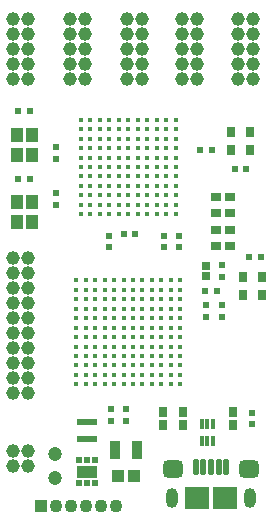
<source format=gts>
G04*
G04 #@! TF.GenerationSoftware,Altium Limited,Altium Designer,20.2.6 (244)*
G04*
G04 Layer_Color=8388736*
%FSLAX25Y25*%
%MOIN*%
G70*
G04*
G04 #@! TF.SameCoordinates,98B12EC8-E559-45FE-9E7D-FCD1A3165D23*
G04*
G04*
G04 #@! TF.FilePolarity,Negative*
G04*
G01*
G75*
%ADD32R,0.01968X0.02244*%
%ADD33R,0.07087X0.04134*%
%ADD34R,0.01693X0.03465*%
%ADD35C,0.01575*%
%ADD36O,0.01968X0.05709*%
%ADD37R,0.07874X0.07480*%
G04:AMPARAMS|DCode=38|XSize=66.93mil|YSize=59.06mil|CornerRadius=15.75mil|HoleSize=0mil|Usage=FLASHONLY|Rotation=180.000|XOffset=0mil|YOffset=0mil|HoleType=Round|Shape=RoundedRectangle|*
%AMROUNDEDRECTD38*
21,1,0.06693,0.02756,0,0,180.0*
21,1,0.03543,0.05906,0,0,180.0*
1,1,0.03150,-0.01772,0.01378*
1,1,0.03150,0.01772,0.01378*
1,1,0.03150,0.01772,-0.01378*
1,1,0.03150,-0.01772,-0.01378*
%
%ADD38ROUNDEDRECTD38*%
%ADD39R,0.02362X0.02362*%
%ADD40R,0.03347X0.02756*%
%ADD41R,0.02756X0.03347*%
%ADD42R,0.02953X0.03740*%
%ADD43R,0.02362X0.02362*%
%ADD44R,0.04331X0.05118*%
%ADD45R,0.06693X0.02362*%
%ADD46C,0.01654*%
%ADD47R,0.03543X0.05906*%
%ADD48R,0.03937X0.04331*%
%ADD49R,0.02913X0.02756*%
%ADD50O,0.03937X0.06693*%
%ADD51C,0.04724*%
%ADD52C,0.04528*%
%ADD53C,0.04331*%
%ADD54R,0.04331X0.04331*%
D32*
X36024Y16634D02*
D03*
X30906D02*
D03*
X33465D02*
D03*
X30906Y24311D02*
D03*
X33465D02*
D03*
X36024D02*
D03*
D33*
X33465Y20472D02*
D03*
D34*
X71653Y30709D02*
D03*
X73622D02*
D03*
X75590D02*
D03*
Y36221D02*
D03*
X71653D02*
D03*
X73621Y36221D02*
D03*
D35*
X29921Y49606D02*
D03*
Y52756D02*
D03*
Y55905D02*
D03*
Y59055D02*
D03*
Y62205D02*
D03*
Y65354D02*
D03*
Y68504D02*
D03*
Y71653D02*
D03*
Y74803D02*
D03*
Y77953D02*
D03*
Y81102D02*
D03*
Y84252D02*
D03*
X33071Y49606D02*
D03*
Y52756D02*
D03*
Y55905D02*
D03*
Y59055D02*
D03*
Y62205D02*
D03*
Y65354D02*
D03*
Y68504D02*
D03*
Y71653D02*
D03*
Y74803D02*
D03*
Y77953D02*
D03*
Y81102D02*
D03*
Y84252D02*
D03*
X36220Y49606D02*
D03*
Y52756D02*
D03*
Y55905D02*
D03*
Y59055D02*
D03*
Y62205D02*
D03*
Y65354D02*
D03*
Y68504D02*
D03*
Y71653D02*
D03*
Y74803D02*
D03*
Y77953D02*
D03*
Y81102D02*
D03*
Y84252D02*
D03*
X39370Y49606D02*
D03*
Y52756D02*
D03*
Y55905D02*
D03*
Y59055D02*
D03*
Y62205D02*
D03*
Y65354D02*
D03*
Y68504D02*
D03*
Y71653D02*
D03*
Y74803D02*
D03*
Y77953D02*
D03*
Y81102D02*
D03*
Y84252D02*
D03*
X42520Y49606D02*
D03*
Y52756D02*
D03*
Y55905D02*
D03*
Y59055D02*
D03*
Y62205D02*
D03*
Y65354D02*
D03*
Y68504D02*
D03*
Y71653D02*
D03*
Y74803D02*
D03*
Y77953D02*
D03*
Y81102D02*
D03*
Y84252D02*
D03*
X45669Y49606D02*
D03*
Y52756D02*
D03*
Y55905D02*
D03*
Y59055D02*
D03*
Y62205D02*
D03*
Y65354D02*
D03*
Y68504D02*
D03*
Y71653D02*
D03*
Y74803D02*
D03*
Y77953D02*
D03*
Y81102D02*
D03*
Y84252D02*
D03*
X48819Y49606D02*
D03*
Y52756D02*
D03*
Y55905D02*
D03*
Y59055D02*
D03*
Y62205D02*
D03*
Y65354D02*
D03*
Y68504D02*
D03*
Y71653D02*
D03*
Y74803D02*
D03*
Y77953D02*
D03*
Y81102D02*
D03*
Y84252D02*
D03*
X51968Y49606D02*
D03*
Y52756D02*
D03*
Y55905D02*
D03*
Y59055D02*
D03*
Y62205D02*
D03*
Y65354D02*
D03*
Y68504D02*
D03*
Y71653D02*
D03*
Y74803D02*
D03*
Y77953D02*
D03*
Y81102D02*
D03*
Y84252D02*
D03*
X55118Y49606D02*
D03*
Y52756D02*
D03*
Y55905D02*
D03*
Y59055D02*
D03*
Y62205D02*
D03*
Y65354D02*
D03*
Y68504D02*
D03*
Y71653D02*
D03*
Y74803D02*
D03*
Y77953D02*
D03*
Y81102D02*
D03*
Y84252D02*
D03*
X58268Y49606D02*
D03*
Y52756D02*
D03*
Y55905D02*
D03*
Y59055D02*
D03*
Y62205D02*
D03*
Y65354D02*
D03*
Y68504D02*
D03*
Y71653D02*
D03*
Y74803D02*
D03*
Y77953D02*
D03*
Y81102D02*
D03*
Y84252D02*
D03*
X61417Y49606D02*
D03*
Y52756D02*
D03*
Y55905D02*
D03*
Y59055D02*
D03*
Y62205D02*
D03*
Y65354D02*
D03*
Y68504D02*
D03*
Y71653D02*
D03*
Y74803D02*
D03*
Y77953D02*
D03*
Y81102D02*
D03*
Y84252D02*
D03*
X64567Y49606D02*
D03*
Y52756D02*
D03*
Y55905D02*
D03*
Y59055D02*
D03*
Y62205D02*
D03*
Y65354D02*
D03*
Y68504D02*
D03*
Y71653D02*
D03*
Y74803D02*
D03*
Y77953D02*
D03*
Y81102D02*
D03*
Y84252D02*
D03*
D36*
X77362Y22146D02*
D03*
X79921D02*
D03*
X69685D02*
D03*
X72244D02*
D03*
X74803D02*
D03*
D37*
X70079Y11614D02*
D03*
X79528D02*
D03*
D38*
X62205Y21260D02*
D03*
X87402D02*
D03*
D39*
X40945Y99213D02*
D03*
Y95276D02*
D03*
X88583Y36220D02*
D03*
Y40157D02*
D03*
X23228Y109449D02*
D03*
Y113386D02*
D03*
Y128740D02*
D03*
Y124803D02*
D03*
X41339Y41339D02*
D03*
Y37402D02*
D03*
X46457Y41339D02*
D03*
Y37402D02*
D03*
X59055Y99213D02*
D03*
Y95276D02*
D03*
X64173D02*
D03*
Y99213D02*
D03*
X73228Y72047D02*
D03*
Y75984D02*
D03*
X78347D02*
D03*
Y72047D02*
D03*
X78347Y89370D02*
D03*
Y85433D02*
D03*
D40*
X76476Y112205D02*
D03*
X81004D02*
D03*
X76476Y106693D02*
D03*
X81004D02*
D03*
X76476Y101181D02*
D03*
X81004D02*
D03*
X76476Y95669D02*
D03*
X81004D02*
D03*
D41*
X65354Y40453D02*
D03*
Y35925D02*
D03*
X58661Y40453D02*
D03*
Y35925D02*
D03*
X82284Y40453D02*
D03*
Y35925D02*
D03*
D42*
X87894Y133760D02*
D03*
Y127657D02*
D03*
X81398Y133760D02*
D03*
Y127657D02*
D03*
X91831Y85335D02*
D03*
Y79232D02*
D03*
X85335Y85335D02*
D03*
Y79232D02*
D03*
D43*
X76772Y80709D02*
D03*
X72835D02*
D03*
X91339Y92126D02*
D03*
X87402D02*
D03*
X14567Y118110D02*
D03*
X10630D02*
D03*
X14567Y140551D02*
D03*
X10630D02*
D03*
X45669Y99606D02*
D03*
X49606D02*
D03*
X75197Y127559D02*
D03*
X71260D02*
D03*
X86614Y121260D02*
D03*
X82677D02*
D03*
D44*
X15158Y103738D02*
D03*
X10040D02*
D03*
X15158Y110431D02*
D03*
X10040D02*
D03*
X15158Y126179D02*
D03*
X10040D02*
D03*
X15158Y132872D02*
D03*
X10040D02*
D03*
D45*
X33465Y31299D02*
D03*
Y37205D02*
D03*
D46*
X62992Y106299D02*
D03*
X59843D02*
D03*
X56693D02*
D03*
X53543D02*
D03*
X50394D02*
D03*
X47244D02*
D03*
X44094D02*
D03*
X40945D02*
D03*
X37795D02*
D03*
X34646D02*
D03*
X31496D02*
D03*
X62992Y109449D02*
D03*
X59843D02*
D03*
X56693D02*
D03*
X53543D02*
D03*
X50394D02*
D03*
X47244D02*
D03*
X44094D02*
D03*
X40945D02*
D03*
X37795D02*
D03*
X34646D02*
D03*
X31496D02*
D03*
X62992Y112599D02*
D03*
X59843D02*
D03*
X56693D02*
D03*
X53543D02*
D03*
X50394D02*
D03*
X47244D02*
D03*
X44094D02*
D03*
X40945D02*
D03*
X37795D02*
D03*
X34646D02*
D03*
X31496D02*
D03*
X62992Y115748D02*
D03*
X59843D02*
D03*
X56693D02*
D03*
X53543D02*
D03*
X50394D02*
D03*
X47244D02*
D03*
X44094D02*
D03*
X40945D02*
D03*
X37795D02*
D03*
X34646D02*
D03*
X31496D02*
D03*
X62992Y118898D02*
D03*
X59843D02*
D03*
X56693D02*
D03*
X53543D02*
D03*
X50394D02*
D03*
X47244D02*
D03*
X44094D02*
D03*
X40945D02*
D03*
X37795D02*
D03*
X34646D02*
D03*
X31496D02*
D03*
X62992Y122047D02*
D03*
X59843D02*
D03*
X56693D02*
D03*
X53543D02*
D03*
X50394D02*
D03*
X47244D02*
D03*
X44094D02*
D03*
X40945D02*
D03*
X37795D02*
D03*
X34646D02*
D03*
X31496D02*
D03*
X62992Y125197D02*
D03*
X59843D02*
D03*
X56693D02*
D03*
X53543D02*
D03*
X50394D02*
D03*
X47244D02*
D03*
X44094D02*
D03*
X40945D02*
D03*
X37795D02*
D03*
X34646D02*
D03*
X31496D02*
D03*
X62992Y128347D02*
D03*
X59843D02*
D03*
X56693D02*
D03*
X53543D02*
D03*
X50394D02*
D03*
X47244D02*
D03*
X44094D02*
D03*
X40945D02*
D03*
X37795D02*
D03*
X34646D02*
D03*
X31496D02*
D03*
X62992Y131496D02*
D03*
X59843D02*
D03*
X56693D02*
D03*
X53543D02*
D03*
X50394D02*
D03*
X47244D02*
D03*
X44094D02*
D03*
X40945D02*
D03*
X37795D02*
D03*
X34646D02*
D03*
X31496D02*
D03*
X62992Y134646D02*
D03*
X59843D02*
D03*
X56693D02*
D03*
X53543D02*
D03*
X50394D02*
D03*
X47244D02*
D03*
X44094D02*
D03*
X40945D02*
D03*
X37795D02*
D03*
X34646D02*
D03*
X31496D02*
D03*
X62992Y137795D02*
D03*
X59843D02*
D03*
X56693D02*
D03*
X53543D02*
D03*
X50394D02*
D03*
X47244D02*
D03*
X44094D02*
D03*
X40945D02*
D03*
X37795D02*
D03*
X34646D02*
D03*
X31496D02*
D03*
D47*
X42912Y27559D02*
D03*
X49999D02*
D03*
D48*
X49114Y18898D02*
D03*
X43799D02*
D03*
D49*
X73228Y89134D02*
D03*
Y85669D02*
D03*
D50*
X61811Y11614D02*
D03*
X87795D02*
D03*
D51*
X22835Y26378D02*
D03*
Y18504D02*
D03*
D52*
X8917Y81791D02*
D03*
X13917D02*
D03*
X8917Y76791D02*
D03*
X13917D02*
D03*
X8917Y71791D02*
D03*
X13917D02*
D03*
Y46791D02*
D03*
X8917D02*
D03*
X13917Y51791D02*
D03*
X8917D02*
D03*
X13917Y56791D02*
D03*
X8917D02*
D03*
X13917Y61791D02*
D03*
X8917D02*
D03*
X13917Y66791D02*
D03*
X8917D02*
D03*
X13917Y86791D02*
D03*
X8917D02*
D03*
X13917Y91791D02*
D03*
X8917D02*
D03*
X13917Y22303D02*
D03*
X8917D02*
D03*
X13917Y27303D02*
D03*
X8917D02*
D03*
X88721Y151417D02*
D03*
X83720D02*
D03*
X88721Y156417D02*
D03*
X83720D02*
D03*
X88721Y161417D02*
D03*
X83720D02*
D03*
X88721Y166417D02*
D03*
X83720D02*
D03*
X88721Y171417D02*
D03*
X83720D02*
D03*
X70217Y151417D02*
D03*
X65216D02*
D03*
X70217Y156417D02*
D03*
X65216D02*
D03*
X70217Y161417D02*
D03*
X65216D02*
D03*
X70217Y166417D02*
D03*
X65216D02*
D03*
X70217Y171417D02*
D03*
X65216D02*
D03*
X51713Y151417D02*
D03*
X46713D02*
D03*
X51713Y156417D02*
D03*
X46713D02*
D03*
X51713Y161417D02*
D03*
X46713D02*
D03*
X51713Y166417D02*
D03*
X46713D02*
D03*
X51713Y171417D02*
D03*
X46713D02*
D03*
X32815Y151417D02*
D03*
X27815D02*
D03*
X32815Y156417D02*
D03*
X27815D02*
D03*
X32815Y161417D02*
D03*
X27815D02*
D03*
X32815Y166417D02*
D03*
X27815D02*
D03*
X32815Y171417D02*
D03*
X27815D02*
D03*
X13917Y151417D02*
D03*
X8917D02*
D03*
X13917Y156417D02*
D03*
X8917D02*
D03*
X13917Y161417D02*
D03*
X8917D02*
D03*
X13917Y166417D02*
D03*
X8917D02*
D03*
X13917Y171417D02*
D03*
X8917D02*
D03*
D53*
X43209Y9055D02*
D03*
X38209D02*
D03*
X33209D02*
D03*
X28209D02*
D03*
X23209D02*
D03*
D54*
X18209D02*
D03*
M02*

</source>
